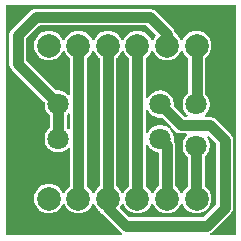
<source format=gbl>
G04 Layer: BottomLayer*
G04 EasyEDA v6.5.5, 2022-07-15 14:42:27*
G04 532d801377d849919285b652b89c2504,d87ca97578a24c0188edd79bd05468ec,10*
G04 Gerber Generator version 0.2*
G04 Scale: 100 percent, Rotated: No, Reflected: No *
G04 Dimensions in millimeters *
G04 leading zeros omitted , absolute positions ,4 integer and 5 decimal *
%FSLAX45Y45*%
%MOMM*%

%ADD11C,2.0000*%
%ADD12C,1.8000*%
%ADD13C,0.9000*%

%LPD*%
G36*
X560120Y-785723D02*
G01*
X556310Y-785012D01*
X552958Y-782929D01*
X543763Y-774293D01*
X531977Y-765759D01*
X519226Y-758748D01*
X505714Y-753364D01*
X491591Y-749757D01*
X477164Y-747928D01*
X462635Y-747928D01*
X457301Y-748131D01*
X454406Y-747166D01*
X451916Y-745337D01*
X200863Y-494334D01*
X198678Y-491032D01*
X197916Y-487121D01*
X197916Y-312978D01*
X198678Y-309067D01*
X200863Y-305816D01*
X305816Y-200863D01*
X309067Y-198678D01*
X312978Y-197916D01*
X1211021Y-197916D01*
X1214932Y-198678D01*
X1218184Y-200863D01*
X1292758Y-275437D01*
X1294841Y-278434D01*
X1295704Y-281990D01*
X1295298Y-285648D01*
X1293571Y-288899D01*
X1287373Y-296773D01*
X1279550Y-309778D01*
X1275283Y-319278D01*
X1273048Y-322427D01*
X1269796Y-324510D01*
X1265986Y-325272D01*
X1262227Y-324510D01*
X1258976Y-322427D01*
X1256741Y-319278D01*
X1252474Y-309778D01*
X1244600Y-296773D01*
X1235252Y-284835D01*
X1224483Y-274066D01*
X1212494Y-264668D01*
X1199489Y-256844D01*
X1185621Y-250596D01*
X1171143Y-246075D01*
X1156157Y-243332D01*
X1141018Y-242417D01*
X1125829Y-243332D01*
X1110894Y-246075D01*
X1096365Y-250596D01*
X1082497Y-256844D01*
X1069492Y-264668D01*
X1057503Y-274066D01*
X1046784Y-284835D01*
X1037386Y-296773D01*
X1029512Y-309778D01*
X1025245Y-319278D01*
X1023061Y-322427D01*
X1019810Y-324510D01*
X1016000Y-325272D01*
X1012190Y-324510D01*
X1008938Y-322427D01*
X1006754Y-319278D01*
X1002487Y-309778D01*
X994613Y-296773D01*
X985215Y-284835D01*
X974496Y-274066D01*
X962507Y-264668D01*
X949502Y-256844D01*
X935634Y-250596D01*
X921105Y-246075D01*
X906170Y-243332D01*
X890981Y-242417D01*
X875842Y-243332D01*
X860856Y-246075D01*
X846378Y-250596D01*
X832510Y-256844D01*
X819505Y-264668D01*
X807516Y-274066D01*
X796747Y-284835D01*
X787400Y-296773D01*
X779526Y-309778D01*
X775258Y-319278D01*
X773023Y-322427D01*
X769772Y-324510D01*
X766013Y-325272D01*
X762203Y-324510D01*
X758952Y-322427D01*
X756716Y-319278D01*
X752449Y-309778D01*
X744626Y-296773D01*
X735228Y-284835D01*
X724458Y-274066D01*
X712520Y-264668D01*
X699516Y-256844D01*
X685647Y-250596D01*
X671118Y-246075D01*
X656183Y-243332D01*
X640994Y-242417D01*
X625805Y-243332D01*
X610870Y-246075D01*
X596341Y-250596D01*
X582523Y-256844D01*
X569468Y-264668D01*
X557530Y-274066D01*
X546760Y-284835D01*
X537413Y-296773D01*
X529539Y-309778D01*
X525272Y-319278D01*
X523036Y-322427D01*
X519785Y-324510D01*
X516026Y-325272D01*
X512216Y-324510D01*
X508965Y-322427D01*
X506730Y-319278D01*
X502462Y-309778D01*
X494588Y-296773D01*
X485241Y-284835D01*
X474472Y-274066D01*
X462534Y-264668D01*
X449529Y-256844D01*
X435660Y-250596D01*
X421132Y-246075D01*
X406196Y-243332D01*
X391007Y-242417D01*
X375818Y-243332D01*
X360883Y-246075D01*
X346354Y-250596D01*
X332486Y-256844D01*
X319481Y-264668D01*
X307543Y-274066D01*
X296773Y-284835D01*
X287375Y-296773D01*
X279552Y-309778D01*
X273304Y-323646D01*
X268782Y-338175D01*
X266039Y-353110D01*
X265125Y-368300D01*
X266039Y-383489D01*
X268782Y-398424D01*
X273304Y-412953D01*
X279552Y-426821D01*
X287375Y-439826D01*
X296773Y-451764D01*
X307543Y-462534D01*
X319481Y-471881D01*
X332486Y-479755D01*
X346354Y-486003D01*
X360883Y-490524D01*
X375818Y-493268D01*
X391007Y-494182D01*
X406196Y-493268D01*
X421132Y-490524D01*
X435660Y-486003D01*
X449529Y-479755D01*
X462534Y-471881D01*
X474472Y-462534D01*
X485241Y-451764D01*
X494588Y-439826D01*
X502462Y-426821D01*
X506730Y-417322D01*
X508965Y-414172D01*
X512216Y-412089D01*
X516026Y-411327D01*
X519785Y-412089D01*
X523036Y-414172D01*
X525272Y-417322D01*
X529539Y-426821D01*
X537413Y-439826D01*
X546760Y-451764D01*
X557530Y-462534D01*
X566216Y-469341D01*
X568299Y-471525D01*
X569620Y-474319D01*
X570077Y-477316D01*
X570077Y-775563D01*
X569315Y-779373D01*
X567182Y-782675D01*
X563981Y-784860D01*
G37*

%LPD*%
G36*
X1544878Y-970483D02*
G01*
X1540967Y-969721D01*
X1537716Y-967536D01*
X1451711Y-881532D01*
X1449374Y-877925D01*
X1448765Y-873709D01*
X1449374Y-863600D01*
X1448460Y-849071D01*
X1445768Y-834796D01*
X1441246Y-820928D01*
X1435049Y-807770D01*
X1427276Y-795477D01*
X1417980Y-784250D01*
X1407363Y-774293D01*
X1395577Y-765759D01*
X1382826Y-758748D01*
X1369314Y-753364D01*
X1355191Y-749757D01*
X1340764Y-747928D01*
X1326235Y-747928D01*
X1311808Y-749757D01*
X1297686Y-753364D01*
X1284173Y-758748D01*
X1271422Y-765759D01*
X1259636Y-774293D01*
X1249019Y-784250D01*
X1239723Y-795477D01*
X1228953Y-812393D01*
X1225651Y-814425D01*
X1221790Y-815086D01*
X1217980Y-814222D01*
X1214780Y-811987D01*
X1212646Y-808736D01*
X1211884Y-804926D01*
X1211884Y-477316D01*
X1212342Y-474319D01*
X1213713Y-471576D01*
X1215796Y-469341D01*
X1224483Y-462534D01*
X1235252Y-451764D01*
X1244600Y-439826D01*
X1252474Y-426821D01*
X1256741Y-417322D01*
X1258976Y-414172D01*
X1262227Y-412089D01*
X1265986Y-411327D01*
X1269796Y-412089D01*
X1273048Y-414172D01*
X1275283Y-417322D01*
X1279550Y-426821D01*
X1287373Y-439826D01*
X1296771Y-451764D01*
X1307541Y-462534D01*
X1319479Y-471881D01*
X1332484Y-479755D01*
X1346352Y-486003D01*
X1360881Y-490524D01*
X1375816Y-493268D01*
X1391005Y-494182D01*
X1406194Y-493268D01*
X1421130Y-490524D01*
X1435658Y-486003D01*
X1449527Y-479755D01*
X1462532Y-471881D01*
X1474470Y-462534D01*
X1485239Y-451764D01*
X1494586Y-439826D01*
X1502460Y-426821D01*
X1506728Y-417322D01*
X1508963Y-414172D01*
X1512214Y-412089D01*
X1516024Y-411327D01*
X1519783Y-412089D01*
X1523034Y-414172D01*
X1525270Y-417322D01*
X1529537Y-426821D01*
X1537411Y-439826D01*
X1546758Y-451764D01*
X1557528Y-462534D01*
X1566214Y-469341D01*
X1568297Y-471525D01*
X1569618Y-474268D01*
X1570075Y-477316D01*
X1570075Y-767791D01*
X1569567Y-770940D01*
X1568145Y-773785D01*
X1553819Y-787044D01*
X1544523Y-798271D01*
X1536750Y-810564D01*
X1530553Y-823721D01*
X1526032Y-837590D01*
X1523339Y-851865D01*
X1522425Y-866394D01*
X1523339Y-880922D01*
X1526032Y-895197D01*
X1530553Y-909066D01*
X1536750Y-922223D01*
X1544523Y-934516D01*
X1553819Y-945743D01*
X1561490Y-952906D01*
X1563827Y-956208D01*
X1564690Y-960119D01*
X1563979Y-964082D01*
X1561795Y-967435D01*
X1558493Y-969721D01*
X1554530Y-970483D01*
G37*

%LPD*%
G36*
X560120Y-1077823D02*
G01*
X556310Y-1077112D01*
X552958Y-1075029D01*
X544017Y-1066647D01*
X541629Y-1063244D01*
X540816Y-1059230D01*
X540816Y-960069D01*
X541629Y-956056D01*
X544017Y-952652D01*
X552958Y-944270D01*
X556310Y-942187D01*
X560120Y-941476D01*
X563981Y-942340D01*
X567182Y-944524D01*
X569315Y-947826D01*
X570077Y-951636D01*
X570077Y-1067663D01*
X569315Y-1071473D01*
X567182Y-1074775D01*
X563981Y-1076960D01*
G37*

%LPD*%
G36*
X1221790Y-1107186D02*
G01*
X1217980Y-1106322D01*
X1214780Y-1104087D01*
X1212646Y-1100836D01*
X1211884Y-1097026D01*
X1211884Y-922274D01*
X1212646Y-918464D01*
X1214780Y-915212D01*
X1217980Y-912977D01*
X1221790Y-912114D01*
X1225651Y-912774D01*
X1228953Y-914806D01*
X1239723Y-931722D01*
X1249019Y-942949D01*
X1259636Y-952906D01*
X1271422Y-961440D01*
X1284173Y-968451D01*
X1297686Y-973836D01*
X1311808Y-977442D01*
X1326235Y-979271D01*
X1340764Y-979271D01*
X1346098Y-979068D01*
X1348994Y-980033D01*
X1351483Y-981862D01*
X1420876Y-1051255D01*
X1423212Y-1054862D01*
X1423822Y-1059129D01*
X1422654Y-1063244D01*
X1419860Y-1066546D01*
X1415948Y-1068374D01*
X1411681Y-1068425D01*
X1407718Y-1066647D01*
X1395577Y-1057859D01*
X1382826Y-1050848D01*
X1369314Y-1045464D01*
X1355191Y-1041857D01*
X1340764Y-1040028D01*
X1326235Y-1040028D01*
X1311808Y-1041857D01*
X1297686Y-1045464D01*
X1284173Y-1050848D01*
X1271422Y-1057859D01*
X1259636Y-1066393D01*
X1249019Y-1076350D01*
X1239723Y-1087577D01*
X1228953Y-1104493D01*
X1225651Y-1106525D01*
G37*

%LPD*%
G36*
X1016000Y-1620672D02*
G01*
X1012190Y-1619910D01*
X1008938Y-1617827D01*
X1006754Y-1614678D01*
X1002487Y-1605178D01*
X994613Y-1592173D01*
X985215Y-1580235D01*
X974496Y-1569466D01*
X965809Y-1562658D01*
X963726Y-1560423D01*
X962355Y-1557680D01*
X961898Y-1554683D01*
X961898Y-477316D01*
X962355Y-474319D01*
X963726Y-471525D01*
X965809Y-469341D01*
X974496Y-462534D01*
X985215Y-451764D01*
X994613Y-439826D01*
X1002487Y-426821D01*
X1006754Y-417322D01*
X1008938Y-414172D01*
X1012190Y-412089D01*
X1016000Y-411327D01*
X1019810Y-412089D01*
X1023061Y-414172D01*
X1025245Y-417322D01*
X1029512Y-426821D01*
X1037386Y-439826D01*
X1046784Y-451764D01*
X1057503Y-462534D01*
X1066190Y-469341D01*
X1068273Y-471525D01*
X1069644Y-474319D01*
X1070102Y-477316D01*
X1070102Y-1554683D01*
X1069644Y-1557680D01*
X1068273Y-1560474D01*
X1066190Y-1562658D01*
X1057503Y-1569466D01*
X1046784Y-1580235D01*
X1037386Y-1592173D01*
X1029512Y-1605178D01*
X1025245Y-1614678D01*
X1023061Y-1617827D01*
X1019810Y-1619910D01*
G37*

%LPD*%
G36*
X1265986Y-1620672D02*
G01*
X1262227Y-1619910D01*
X1258976Y-1617827D01*
X1256741Y-1614678D01*
X1252474Y-1605178D01*
X1244600Y-1592173D01*
X1235252Y-1580235D01*
X1224483Y-1569466D01*
X1215796Y-1562658D01*
X1213713Y-1560423D01*
X1212342Y-1557680D01*
X1211884Y-1554683D01*
X1211884Y-1214374D01*
X1212646Y-1210564D01*
X1214780Y-1207312D01*
X1217980Y-1205077D01*
X1221790Y-1204214D01*
X1225651Y-1204874D01*
X1228953Y-1206906D01*
X1239723Y-1223822D01*
X1249019Y-1235049D01*
X1259636Y-1245006D01*
X1271422Y-1253540D01*
X1284173Y-1260551D01*
X1297686Y-1265936D01*
X1312468Y-1269695D01*
X1316431Y-1271727D01*
X1319123Y-1275232D01*
X1320088Y-1279550D01*
X1320088Y-1554683D01*
X1319631Y-1557680D01*
X1318310Y-1560423D01*
X1316228Y-1562658D01*
X1307541Y-1569466D01*
X1296771Y-1580235D01*
X1287373Y-1592173D01*
X1279550Y-1605178D01*
X1275283Y-1614678D01*
X1273048Y-1617827D01*
X1269796Y-1619910D01*
G37*

%LPD*%
G36*
X766013Y-1620672D02*
G01*
X762203Y-1619910D01*
X758952Y-1617827D01*
X756716Y-1614678D01*
X752449Y-1605178D01*
X744626Y-1592173D01*
X735228Y-1580235D01*
X724458Y-1569466D01*
X715772Y-1562658D01*
X713689Y-1560423D01*
X712368Y-1557680D01*
X711911Y-1554683D01*
X711911Y-477316D01*
X712368Y-474319D01*
X713689Y-471576D01*
X715772Y-469341D01*
X724458Y-462534D01*
X735228Y-451764D01*
X744626Y-439826D01*
X752449Y-426821D01*
X756716Y-417322D01*
X758952Y-414172D01*
X762203Y-412089D01*
X766013Y-411327D01*
X769772Y-412089D01*
X773023Y-414172D01*
X775258Y-417322D01*
X779526Y-426821D01*
X787400Y-439826D01*
X796747Y-451764D01*
X807516Y-462534D01*
X816203Y-469341D01*
X818286Y-471576D01*
X819658Y-474319D01*
X820115Y-477316D01*
X820115Y-1554683D01*
X819658Y-1557680D01*
X818286Y-1560423D01*
X816203Y-1562658D01*
X807516Y-1569466D01*
X796747Y-1580235D01*
X787400Y-1592173D01*
X779526Y-1605178D01*
X775258Y-1614678D01*
X773023Y-1617827D01*
X769772Y-1619910D01*
G37*

%LPD*%
G36*
X1516024Y-1620672D02*
G01*
X1512214Y-1619910D01*
X1508963Y-1617827D01*
X1506728Y-1614678D01*
X1502460Y-1605178D01*
X1494586Y-1592173D01*
X1485239Y-1580235D01*
X1474470Y-1569466D01*
X1465783Y-1562658D01*
X1463700Y-1560423D01*
X1462379Y-1557680D01*
X1461922Y-1554683D01*
X1461922Y-1213612D01*
X1461008Y-1202131D01*
X1458417Y-1191310D01*
X1454150Y-1181049D01*
X1450086Y-1174343D01*
X1448866Y-1171498D01*
X1448612Y-1168400D01*
X1449374Y-1155700D01*
X1448460Y-1141171D01*
X1445768Y-1126896D01*
X1441246Y-1113028D01*
X1435049Y-1099870D01*
X1427276Y-1087577D01*
X1421130Y-1080211D01*
X1419148Y-1076299D01*
X1418996Y-1071930D01*
X1420672Y-1067866D01*
X1423924Y-1064920D01*
X1428089Y-1063599D01*
X1432458Y-1064158D01*
X1436166Y-1066546D01*
X1460855Y-1091234D01*
X1469644Y-1098753D01*
X1479143Y-1104544D01*
X1489405Y-1108811D01*
X1500225Y-1111402D01*
X1511706Y-1112316D01*
X1554530Y-1112316D01*
X1558493Y-1113078D01*
X1561795Y-1115364D01*
X1563979Y-1118717D01*
X1564690Y-1122680D01*
X1563827Y-1126591D01*
X1561490Y-1129893D01*
X1553819Y-1137056D01*
X1544523Y-1148283D01*
X1536750Y-1160576D01*
X1530553Y-1173734D01*
X1526032Y-1187602D01*
X1523339Y-1201877D01*
X1522425Y-1216406D01*
X1523339Y-1230934D01*
X1526032Y-1245209D01*
X1530553Y-1259078D01*
X1536750Y-1272235D01*
X1544523Y-1284528D01*
X1553819Y-1295755D01*
X1564182Y-1305458D01*
X1566570Y-1308862D01*
X1567383Y-1312875D01*
X1567383Y-1556766D01*
X1566926Y-1559814D01*
X1565605Y-1562557D01*
X1563522Y-1564792D01*
X1557528Y-1569466D01*
X1546758Y-1580235D01*
X1537411Y-1592173D01*
X1529537Y-1605178D01*
X1525270Y-1614678D01*
X1523034Y-1617827D01*
X1519783Y-1619910D01*
G37*

%LPD*%
G36*
X1074978Y-1821383D02*
G01*
X1071067Y-1820621D01*
X1067816Y-1818436D01*
X996442Y-1747062D01*
X994054Y-1743303D01*
X993546Y-1738884D01*
X994968Y-1734616D01*
X1002487Y-1722221D01*
X1006754Y-1712722D01*
X1008938Y-1709572D01*
X1012190Y-1707489D01*
X1016000Y-1706727D01*
X1019810Y-1707489D01*
X1023061Y-1709572D01*
X1025245Y-1712722D01*
X1029512Y-1722221D01*
X1037386Y-1735226D01*
X1046784Y-1747164D01*
X1057503Y-1757934D01*
X1069492Y-1767281D01*
X1082497Y-1775155D01*
X1096365Y-1781403D01*
X1110894Y-1785924D01*
X1125829Y-1788668D01*
X1141018Y-1789582D01*
X1156157Y-1788668D01*
X1171143Y-1785924D01*
X1185621Y-1781403D01*
X1199489Y-1775155D01*
X1212494Y-1767281D01*
X1224483Y-1757934D01*
X1235252Y-1747164D01*
X1244600Y-1735226D01*
X1252474Y-1722221D01*
X1256741Y-1712722D01*
X1258976Y-1709572D01*
X1262227Y-1707489D01*
X1265986Y-1706727D01*
X1269796Y-1707489D01*
X1273048Y-1709572D01*
X1275283Y-1712722D01*
X1279550Y-1722221D01*
X1287373Y-1735226D01*
X1296771Y-1747164D01*
X1307541Y-1757934D01*
X1319479Y-1767281D01*
X1332484Y-1775155D01*
X1346352Y-1781403D01*
X1360881Y-1785924D01*
X1375816Y-1788668D01*
X1391005Y-1789582D01*
X1406194Y-1788668D01*
X1421130Y-1785924D01*
X1435658Y-1781403D01*
X1449527Y-1775155D01*
X1462532Y-1767281D01*
X1474470Y-1757934D01*
X1485239Y-1747164D01*
X1494586Y-1735226D01*
X1502460Y-1722221D01*
X1506728Y-1712722D01*
X1508963Y-1709572D01*
X1512214Y-1707489D01*
X1516024Y-1706727D01*
X1519783Y-1707489D01*
X1523034Y-1709572D01*
X1525270Y-1712722D01*
X1529537Y-1722221D01*
X1537411Y-1735226D01*
X1546758Y-1747164D01*
X1557528Y-1757934D01*
X1569466Y-1767281D01*
X1582521Y-1775155D01*
X1596339Y-1781403D01*
X1610868Y-1785924D01*
X1625803Y-1788668D01*
X1640992Y-1789582D01*
X1656181Y-1788668D01*
X1671116Y-1785924D01*
X1685645Y-1781403D01*
X1699514Y-1775155D01*
X1712518Y-1767281D01*
X1724507Y-1757934D01*
X1735226Y-1747164D01*
X1744624Y-1735226D01*
X1752447Y-1722221D01*
X1758696Y-1708353D01*
X1763217Y-1693824D01*
X1765960Y-1678889D01*
X1766874Y-1663700D01*
X1765960Y-1648510D01*
X1763217Y-1633575D01*
X1758696Y-1619046D01*
X1752447Y-1605178D01*
X1744624Y-1592173D01*
X1735226Y-1580235D01*
X1724507Y-1569466D01*
X1713077Y-1560576D01*
X1710994Y-1558340D01*
X1709674Y-1555597D01*
X1709216Y-1552549D01*
X1709216Y-1312875D01*
X1710029Y-1308862D01*
X1712417Y-1305458D01*
X1722780Y-1295755D01*
X1732076Y-1284528D01*
X1739849Y-1272235D01*
X1746046Y-1259078D01*
X1750568Y-1245209D01*
X1753260Y-1230934D01*
X1754174Y-1216406D01*
X1753260Y-1201877D01*
X1750568Y-1187602D01*
X1746046Y-1173734D01*
X1739849Y-1160576D01*
X1734210Y-1151686D01*
X1732737Y-1147724D01*
X1732991Y-1143508D01*
X1734921Y-1139799D01*
X1738223Y-1137158D01*
X1742287Y-1136091D01*
X1746453Y-1136751D01*
X1749958Y-1139037D01*
X1805736Y-1194816D01*
X1807921Y-1198067D01*
X1808683Y-1201978D01*
X1808683Y-1706321D01*
X1807921Y-1710232D01*
X1805736Y-1713484D01*
X1700784Y-1818436D01*
X1697532Y-1820621D01*
X1693621Y-1821383D01*
G37*

%LPD*%
G36*
X36068Y-1974088D02*
G01*
X32156Y-1973325D01*
X28905Y-1971090D01*
X26670Y-1967839D01*
X25908Y-1963928D01*
X25908Y-36068D01*
X26670Y-32156D01*
X28905Y-28905D01*
X32156Y-26670D01*
X36068Y-25908D01*
X1963928Y-25908D01*
X1967839Y-26670D01*
X1971090Y-28905D01*
X1973325Y-32156D01*
X1974088Y-36068D01*
X1974088Y-1963928D01*
X1973325Y-1967839D01*
X1971090Y-1971090D01*
X1967839Y-1973325D01*
X1963928Y-1974088D01*
X1764995Y-1974088D01*
X1760728Y-1973173D01*
X1757273Y-1970532D01*
X1755190Y-1966671D01*
X1754936Y-1962353D01*
X1756562Y-1958289D01*
X1759661Y-1955241D01*
X1768856Y-1949653D01*
X1777644Y-1942134D01*
X1929434Y-1790344D01*
X1936953Y-1781556D01*
X1942744Y-1772056D01*
X1947011Y-1761794D01*
X1949602Y-1750974D01*
X1950516Y-1739493D01*
X1950516Y-1168806D01*
X1949602Y-1157325D01*
X1947011Y-1146505D01*
X1942744Y-1136243D01*
X1936953Y-1126744D01*
X1929434Y-1117955D01*
X1803044Y-991565D01*
X1794256Y-984046D01*
X1784756Y-978255D01*
X1774494Y-973988D01*
X1763674Y-971397D01*
X1752193Y-970483D01*
X1722069Y-970483D01*
X1718106Y-969721D01*
X1714804Y-967435D01*
X1712620Y-964082D01*
X1711909Y-960119D01*
X1712772Y-956208D01*
X1715109Y-952906D01*
X1722780Y-945743D01*
X1732076Y-934516D01*
X1739849Y-922223D01*
X1746046Y-909066D01*
X1750568Y-895197D01*
X1753260Y-880922D01*
X1754174Y-866394D01*
X1753260Y-851865D01*
X1750568Y-837590D01*
X1746046Y-823721D01*
X1739849Y-810564D01*
X1732076Y-798271D01*
X1722780Y-787044D01*
X1715109Y-779881D01*
X1712722Y-776478D01*
X1711909Y-772464D01*
X1711909Y-477316D01*
X1712366Y-474319D01*
X1713687Y-471576D01*
X1715770Y-469341D01*
X1724507Y-462534D01*
X1735226Y-451764D01*
X1744624Y-439826D01*
X1752447Y-426821D01*
X1758696Y-412953D01*
X1763217Y-398424D01*
X1765960Y-383489D01*
X1766874Y-368300D01*
X1765960Y-353110D01*
X1763217Y-338175D01*
X1758696Y-323646D01*
X1752447Y-309778D01*
X1744624Y-296773D01*
X1735226Y-284835D01*
X1724507Y-274066D01*
X1712518Y-264668D01*
X1699514Y-256844D01*
X1685645Y-250596D01*
X1671116Y-246075D01*
X1656181Y-243332D01*
X1640992Y-242417D01*
X1625803Y-243332D01*
X1610868Y-246075D01*
X1596339Y-250596D01*
X1582521Y-256844D01*
X1569466Y-264668D01*
X1557528Y-274066D01*
X1546758Y-284835D01*
X1537411Y-296773D01*
X1529537Y-309778D01*
X1525270Y-319278D01*
X1523034Y-322427D01*
X1519783Y-324510D01*
X1516024Y-325272D01*
X1512214Y-324510D01*
X1508963Y-322427D01*
X1506728Y-319278D01*
X1502460Y-309778D01*
X1494586Y-296773D01*
X1485239Y-284835D01*
X1474470Y-274066D01*
X1464157Y-265988D01*
X1461871Y-263448D01*
X1460550Y-260350D01*
X1458417Y-251510D01*
X1454150Y-241249D01*
X1448358Y-231749D01*
X1440840Y-222961D01*
X1295044Y-77165D01*
X1286256Y-69646D01*
X1276756Y-63855D01*
X1266494Y-59588D01*
X1255674Y-56997D01*
X1244193Y-56083D01*
X279806Y-56083D01*
X268325Y-56997D01*
X257505Y-59588D01*
X247243Y-63855D01*
X237744Y-69646D01*
X228955Y-77165D01*
X77165Y-228955D01*
X69646Y-237744D01*
X63855Y-247243D01*
X59588Y-257505D01*
X56997Y-268325D01*
X56083Y-279806D01*
X56083Y-520293D01*
X56997Y-531774D01*
X59588Y-542594D01*
X63855Y-552907D01*
X69646Y-562356D01*
X77165Y-571144D01*
X351688Y-845667D01*
X354025Y-849274D01*
X354634Y-853490D01*
X354025Y-863600D01*
X354939Y-878128D01*
X357632Y-892403D01*
X362153Y-906271D01*
X368350Y-919429D01*
X376123Y-931722D01*
X385419Y-942949D01*
X395782Y-952652D01*
X398170Y-956056D01*
X398983Y-960069D01*
X398983Y-1059230D01*
X398170Y-1063244D01*
X395782Y-1066647D01*
X385419Y-1076350D01*
X376123Y-1087577D01*
X368350Y-1099870D01*
X362153Y-1113028D01*
X357632Y-1126896D01*
X354939Y-1141171D01*
X354025Y-1155700D01*
X354939Y-1170228D01*
X357632Y-1184503D01*
X362153Y-1198372D01*
X368350Y-1211529D01*
X376123Y-1223822D01*
X385419Y-1235049D01*
X396036Y-1245006D01*
X407822Y-1253540D01*
X420573Y-1260551D01*
X434085Y-1265936D01*
X448208Y-1269542D01*
X462635Y-1271371D01*
X477164Y-1271371D01*
X491591Y-1269542D01*
X505714Y-1265936D01*
X519226Y-1260551D01*
X531977Y-1253540D01*
X543763Y-1245006D01*
X552958Y-1236370D01*
X556310Y-1234287D01*
X560120Y-1233576D01*
X563981Y-1234440D01*
X567182Y-1236624D01*
X569315Y-1239926D01*
X570077Y-1243736D01*
X570077Y-1554683D01*
X569620Y-1557680D01*
X568299Y-1560474D01*
X566216Y-1562658D01*
X557530Y-1569466D01*
X546760Y-1580235D01*
X537413Y-1592173D01*
X529539Y-1605178D01*
X525272Y-1614678D01*
X523036Y-1617827D01*
X519785Y-1619910D01*
X516026Y-1620672D01*
X512216Y-1619910D01*
X508965Y-1617827D01*
X506730Y-1614678D01*
X502462Y-1605178D01*
X494588Y-1592173D01*
X485241Y-1580235D01*
X474472Y-1569466D01*
X462534Y-1560068D01*
X449529Y-1552244D01*
X435660Y-1545996D01*
X421132Y-1541475D01*
X406196Y-1538732D01*
X391007Y-1537817D01*
X375818Y-1538732D01*
X360883Y-1541475D01*
X346354Y-1545996D01*
X332486Y-1552244D01*
X319481Y-1560068D01*
X307543Y-1569466D01*
X296773Y-1580235D01*
X287375Y-1592173D01*
X279552Y-1605178D01*
X273304Y-1619046D01*
X268782Y-1633575D01*
X266039Y-1648510D01*
X265125Y-1663700D01*
X266039Y-1678889D01*
X268782Y-1693824D01*
X273304Y-1708353D01*
X279552Y-1722221D01*
X287375Y-1735226D01*
X296773Y-1747164D01*
X307543Y-1757934D01*
X319481Y-1767281D01*
X332486Y-1775155D01*
X346354Y-1781403D01*
X360883Y-1785924D01*
X375818Y-1788668D01*
X391007Y-1789582D01*
X406196Y-1788668D01*
X421132Y-1785924D01*
X435660Y-1781403D01*
X449529Y-1775155D01*
X462534Y-1767281D01*
X474472Y-1757934D01*
X485241Y-1747164D01*
X494588Y-1735226D01*
X502462Y-1722221D01*
X506730Y-1712722D01*
X508965Y-1709572D01*
X512216Y-1707489D01*
X516026Y-1706727D01*
X519785Y-1707489D01*
X523036Y-1709572D01*
X525272Y-1712722D01*
X529539Y-1722221D01*
X537413Y-1735226D01*
X546760Y-1747164D01*
X557530Y-1757934D01*
X569468Y-1767281D01*
X582523Y-1775155D01*
X596341Y-1781403D01*
X610870Y-1785924D01*
X625805Y-1788668D01*
X640994Y-1789582D01*
X656183Y-1788668D01*
X671118Y-1785924D01*
X685647Y-1781403D01*
X699516Y-1775155D01*
X712520Y-1767281D01*
X724458Y-1757934D01*
X735228Y-1747164D01*
X744626Y-1735226D01*
X752449Y-1722221D01*
X756716Y-1712722D01*
X758952Y-1709572D01*
X762203Y-1707489D01*
X766013Y-1706727D01*
X769772Y-1707489D01*
X773023Y-1709572D01*
X775258Y-1712722D01*
X779526Y-1722221D01*
X787400Y-1735226D01*
X796747Y-1747164D01*
X807516Y-1757934D01*
X819505Y-1767281D01*
X824077Y-1770075D01*
X826008Y-1771548D01*
X827481Y-1773478D01*
X833678Y-1783588D01*
X841197Y-1792376D01*
X990955Y-1942134D01*
X999744Y-1949653D01*
X1008938Y-1955241D01*
X1012037Y-1958289D01*
X1013663Y-1962353D01*
X1013409Y-1966671D01*
X1011326Y-1970532D01*
X1007871Y-1973173D01*
X1003604Y-1974088D01*
G37*

%LPD*%
D13*
X469900Y-1155700D02*
G01*
X469900Y-863600D01*
X891006Y-368300D02*
G01*
X891006Y-1663697D01*
X891009Y-1663700D01*
X1391005Y-1663700D02*
G01*
X1391005Y-1213205D01*
X1333500Y-1155700D01*
X1640992Y-1663700D02*
G01*
X1638300Y-1661007D01*
X1638300Y-1216405D01*
X1638300Y-866396D02*
G01*
X1640992Y-863704D01*
X1640992Y-368300D01*
X1140993Y-368300D02*
G01*
X1140993Y-1663697D01*
X1140990Y-1663700D01*
X469900Y-863600D02*
G01*
X127000Y-520705D01*
X127000Y-279400D01*
X279400Y-127000D01*
X1244600Y-127000D01*
X1391005Y-273405D01*
X1391005Y-368300D01*
X891031Y-1663700D02*
G01*
X891031Y-1741931D01*
X1041400Y-1892300D01*
X1727200Y-1892300D01*
X1879600Y-1739900D01*
X1879600Y-1168400D01*
X1752600Y-1041400D01*
X1511300Y-1041400D01*
X1333500Y-863600D01*
X640989Y-1663700D02*
G01*
X640994Y-1663694D01*
X640994Y-368300D01*
D11*
G01*
X391007Y-368300D03*
G01*
X640994Y-368300D03*
G01*
X891006Y-368300D03*
G01*
X1140993Y-368300D03*
G01*
X1391005Y-368300D03*
G01*
X1640992Y-368300D03*
D12*
G01*
X469900Y-863600D03*
G01*
X1333500Y-863600D03*
G01*
X1333500Y-1155700D03*
G01*
X469900Y-1155700D03*
G01*
X1638300Y-1216405D03*
G01*
X1638300Y-866394D03*
D11*
G01*
X391007Y-1663700D03*
G01*
X640994Y-1663700D03*
G01*
X891006Y-1663700D03*
G01*
X1140993Y-1663700D03*
G01*
X1391005Y-1663700D03*
G01*
X1640992Y-1663700D03*
M02*

</source>
